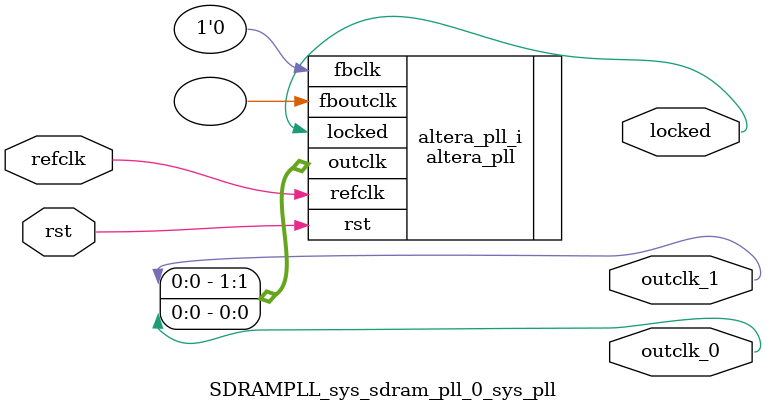
<source format=v>
`timescale 1ns/10ps
module  SDRAMPLL_sys_sdram_pll_0_sys_pll(

	// interface 'refclk'
	input wire refclk,

	// interface 'reset'
	input wire rst,

	// interface 'outclk0'
	output wire outclk_0,

	// interface 'outclk1'
	output wire outclk_1,

	// interface 'locked'
	output wire locked
);

	altera_pll #(
		.fractional_vco_multiplier("false"),
		.reference_clock_frequency("50.0 MHz"),
		.operation_mode("direct"),
		.number_of_clocks(2),
		.output_clock_frequency0("50.000000 MHz"),
		.phase_shift0("0 ps"),
		.duty_cycle0(50),
		.output_clock_frequency1("50.000000 MHz"),
		.phase_shift1("-3000 ps"),
		.duty_cycle1(50),
		.output_clock_frequency2("0 MHz"),
		.phase_shift2("0 ps"),
		.duty_cycle2(50),
		.output_clock_frequency3("0 MHz"),
		.phase_shift3("0 ps"),
		.duty_cycle3(50),
		.output_clock_frequency4("0 MHz"),
		.phase_shift4("0 ps"),
		.duty_cycle4(50),
		.output_clock_frequency5("0 MHz"),
		.phase_shift5("0 ps"),
		.duty_cycle5(50),
		.output_clock_frequency6("0 MHz"),
		.phase_shift6("0 ps"),
		.duty_cycle6(50),
		.output_clock_frequency7("0 MHz"),
		.phase_shift7("0 ps"),
		.duty_cycle7(50),
		.output_clock_frequency8("0 MHz"),
		.phase_shift8("0 ps"),
		.duty_cycle8(50),
		.output_clock_frequency9("0 MHz"),
		.phase_shift9("0 ps"),
		.duty_cycle9(50),
		.output_clock_frequency10("0 MHz"),
		.phase_shift10("0 ps"),
		.duty_cycle10(50),
		.output_clock_frequency11("0 MHz"),
		.phase_shift11("0 ps"),
		.duty_cycle11(50),
		.output_clock_frequency12("0 MHz"),
		.phase_shift12("0 ps"),
		.duty_cycle12(50),
		.output_clock_frequency13("0 MHz"),
		.phase_shift13("0 ps"),
		.duty_cycle13(50),
		.output_clock_frequency14("0 MHz"),
		.phase_shift14("0 ps"),
		.duty_cycle14(50),
		.output_clock_frequency15("0 MHz"),
		.phase_shift15("0 ps"),
		.duty_cycle15(50),
		.output_clock_frequency16("0 MHz"),
		.phase_shift16("0 ps"),
		.duty_cycle16(50),
		.output_clock_frequency17("0 MHz"),
		.phase_shift17("0 ps"),
		.duty_cycle17(50),
		.pll_type("General"),
		.pll_subtype("General")
	) altera_pll_i (
		.rst	(rst),
		.outclk	({outclk_1, outclk_0}),
		.locked	(locked),
		.fboutclk	( ),
		.fbclk	(1'b0),
		.refclk	(refclk)
	);
endmodule


</source>
